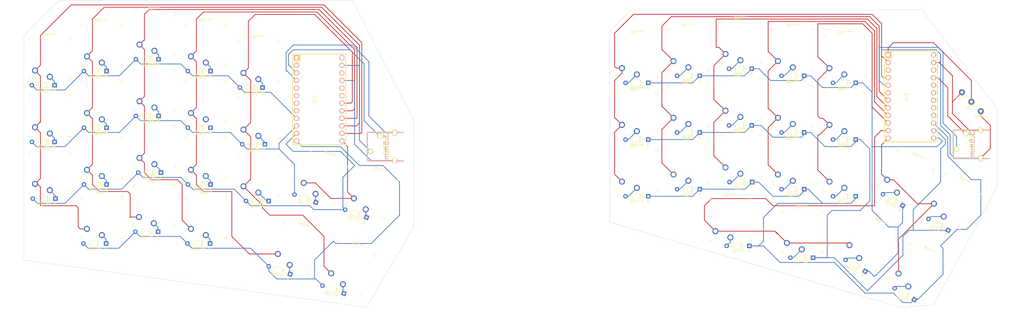
<source format=kicad_pcb>
(kicad_pcb (version 20211014) (generator pcbnew)
  (title_block (title "40% ish W") (date "2022-10-08") (rev "3") (company "Shalamander Labs") (comment 1 "fulley wireles or wireless with arch wire") (comment 2 "40% keyboard with a large thumb cluster"))
  (layers (0 "F.Cu" signal) (31 "B.Cu" signal) (38 "B.Mask" user) (39 "F.Mask" user) (44 "Edge.Cuts" user))
  (net 0 "")
  (footprint "keyboard_parts:4pin35mmAudio" (layer "F.Cu") (at 435.4215 90.4875 180)
    (fp_text reference "J1" hide)
    (fp_text value "6PIN")
  )
  (footprint "keyswitches:SW_PG1350" (layer "F.Cu") (at 334.35718 77.7875)
    (fp_text reference "REF**")
    (fp_text value "SW_PG1350")
  )
  (footprint "TestPoint:TestPoint_THTPad_D2.0mm_Drill1.0mm" (layer "F.Cu") (at 426.24375 73.025 180)
    (fp_text reference "REF**")
    (fp_text value "TestPoint_THTPad_D2.0mm_Drill1.0mm")
  )
  (footprint "keyswitches:SW_PG1350" (layer "F.Cu") (at 351.81968 75.40625)
    (fp_text reference "REF**")
    (fp_text value "SW_PG1350")
  )
  (footprint "keyswitches:SW_PG1350" (layer "F.Cu") (at 372.45718 119.85625)
    (fp_text reference "REF**")
    (fp_text value "SW_PG1350")
  )
  (footprint "keyswitches:SW_PG1350" (layer "F.Cu") (at 172.24375 115.09375)
    (fp_text reference "REF**")
    (fp_text value "SW_PG1350")
  )
  (footprint "keyswitches:SW_PG1350" (layer "F.Cu") (at 317.04843 80.16875)
    (fp_text reference "REF**")
    (fp_text value "SW_PG1350")
  )
  (footprint "keyswitches:SW_PG1350" (layer "F.Cu") (at 119.85625 80.9625)
    (fp_text reference "REF**")
    (fp_text value "SW_PG1350")
  )
  (footprint "Diode_THT:D_DO-34_SOD68_P7.62mm_Horizontal" (layer "F.Cu") (at 373.25093 67.46875 180)
    (fp_text reference "REF**")
    (fp_text value "D_DO-34_SOD68_P7.62mm_Horizontal")
  )
  (footprint "Diode_THT:D_DO-34_SOD68_P7.62mm_Horizontal" (layer "F.Cu") (at 218.62198 140.577131 160)
    (fp_text reference "REF**")
    (fp_text value "D_DO-34_SOD68_P7.62mm_Horizontal")
  )
  (footprint "Diode_THT:D_DO-34_SOD68_P7.62mm_Horizontal" (layer "F.Cu") (at 355.78843 103.1875 180)
    (fp_text reference "REF**")
    (fp_text value "D_DO-34_SOD68_P7.62mm_Horizontal")
  )
  (footprint "keyswitches:SW_PG1350" (layer "F.Cu") (at 154.972533 72.23125)
    (fp_text reference "REF**")
    (fp_text value "SW_PG1350")
  )
  (footprint "Diode_THT:D_DO-34_SOD68_P7.62mm_Horizontal" (layer "F.Cu") (at 390.55968 88.9 180)
    (fp_text reference "REF**")
    (fp_text value "D_DO-34_SOD68_P7.62mm_Horizontal")
  )
  (footprint "keebs:Pro_Micro" (layer "F.Cu") (at 210.34375 75.40625 -90)
    (fp_text reference "U1")
    (fp_text value "PRO MICRO" hide)
  )
  (footprint "keyswitches:SW_PG1350" (layer "F.Cu") (at 154.972533 91.28125)
    (fp_text reference "REF**")
    (fp_text value "SW_PG1350")
  )
  (footprint "Diode_THT:D_DO-34_SOD68_P7.62mm_Horizontal" (layer "F.Cu") (at 156.215 119.85625 180)
    (fp_text reference "REF**")
    (fp_text value "D_DO-34_SOD68_P7.62mm_Horizontal")
  )
  (footprint "keyswitches:SW_PG1350" (layer "F.Cu") (at 369.43593 96.8375)
    (fp_text reference "REF**")
    (fp_text value "SW_PG1350")
  )
  (footprint "Diode_THT:D_DO-34_SOD68_P7.62mm_Horizontal" (layer "F.Cu") (at 410.251377 142.667905 150)
    (fp_text reference "REF**")
    (fp_text value "D_DO-34_SOD68_P7.62mm_Horizontal")
  )
  (footprint "Diode_THT:D_DO-34_SOD68_P7.62mm_Horizontal" (layer "F.Cu") (at 209.200195 109.998651 160)
    (fp_text reference "REF**")
    (fp_text value "D_DO-34_SOD68_P7.62mm_Horizontal")
  )
  (footprint "Diode_THT:D_DO-34_SOD68_P7.62mm_Horizontal" (layer "F.Cu") (at 338.17218 67.46875 180)
    (fp_text reference "REF**")
    (fp_text value "D_DO-34_SOD68_P7.62mm_Horizontal")
  )
  (footprint "Diode_THT:D_DO-34_SOD68_P7.62mm_Horizontal" (layer "F.Cu") (at 393.753593 133.142905 150)
    (fp_text reference "REF**")
    (fp_text value "D_DO-34_SOD68_P7.62mm_Horizontal")
  )
  (footprint "keyswitches:SW_PG1350" (layer "F.Cu") (at 386.74468 80.16875)
    (fp_text reference "REF**")
    (fp_text value "SW_PG1350")
  )
  (footprint "keyswitches:SW_PG1350" (layer "F.Cu") (at 386.74468 99.21875)
    (fp_text reference "REF**")
    (fp_text value "SW_PG1350")
  )
  (footprint "Diode_THT:D_DO-34_SOD68_P7.62mm_Horizontal" (layer "F.Cu") (at 226.212351 115.058898 160)
    (fp_text reference "REF**")
    (fp_text value "D_DO-34_SOD68_P7.62mm_Horizontal")
  )
  (footprint "Diode_THT:D_DO-34_SOD68_P7.62mm_Horizontal" (layer "F.Cu") (at 338.17218 86.51875 180)
    (fp_text reference "REF**")
    (fp_text value "D_DO-34_SOD68_P7.62mm_Horizontal")
  )
  (footprint "keyswitches:SW_PG1350" (layer "F.Cu") (at 202.450188 125.468192 -20)
    (fp_text reference "REF**")
    (fp_text value "SW_PG1350")
  )
  (footprint "keyswitches:SW_PG1350" (layer "F.Cu") (at 348.45625 115.8875)
    (fp_text reference "REF**")
    (fp_text value "SW_PG1350")
  )
  (footprint "keebs:Pro_Micro" (layer "F.Cu") (at 409.09875 74.45375 -90)
    (fp_text reference "U1")
    (fp_text value "PRO MICRO" hide)
  )
  (footprint "keyswitches:SW_PG1350" (layer "F.Cu") (at 189.897533 81.759103)
    (fp_text reference "REF**")
    (fp_text value "SW_PG1350")
  )
  (footprint "Diode_THT:D_DO-34_SOD68_P7.62mm_Horizontal" (layer "F.Cu") (at 373.25093 105.56875 180)
    (fp_text reference "REF**")
    (fp_text value "D_DO-34_SOD68_P7.62mm_Horizontal")
  )
  (footprint "Diode_THT:D_DO-34_SOD68_P7.62mm_Horizontal" (layer "F.Cu") (at 390.55968 69.85 180)
    (fp_text reference "REF**")
    (fp_text value "D_DO-34_SOD68_P7.62mm_Horizontal")
  )
  (footprint "Diode_THT:D_DO-34_SOD68_P7.62mm_Horizontal" (layer "F.Cu") (at 173.6775 123.825 180)
    (fp_text reference "REF**")
    (fp_text value "D_DO-34_SOD68_P7.62mm_Horizontal")
  )
  (footprint "Diode_THT:D_DO-34_SOD68_P7.62mm_Horizontal" (layer "F.Cu") (at 173.83125 65.878397 180)
    (fp_text reference "REF**")
    (fp_text value "D_DO-34_SOD68_P7.62mm_Horizontal")
  )
  (footprint "Diode_THT:D_DO-34_SOD68_P7.62mm_Horizontal" (layer "F.Cu") (at 354.84093 124.61875 180)
    (fp_text reference "REF**")
    (fp_text value "D_DO-34_SOD68_P7.62mm_Horizontal")
  )
  (footprint "Diode_THT:D_DO-34_SOD68_P7.62mm_Horizontal" (layer "F.Cu") (at 200.552467 134.091336 160)
    (fp_text reference "REF**")
    (fp_text value "D_DO-34_SOD68_P7.62mm_Horizontal")
  )
  (footprint "keyswitches:SW_PG1350" (layer "F.Cu") (at 137.31875 95.25)
    (fp_text reference "REF**")
    (fp_text value "SW_PG1350")
  )
  (footprint "Diode_THT:D_DO-34_SOD68_P7.62mm_Horizontal" (layer "F.Cu") (at 192.0875 90.4875 180)
    (fp_text reference "REF**")
    (fp_text value "D_DO-34_SOD68_P7.62mm_Horizontal")
  )
  (footprint "keyswitches:SW_PG1350" (layer "F.Cu") (at 119.85625 100.0125)
    (fp_text reference "REF**")
    (fp_text value "SW_PG1350")
  )
  (footprint "keyswitches:SW_PG1350" (layer "F.Cu") (at 369.43593 77.7875)
    (fp_text reference "REF**")
    (fp_text value "SW_PG1350")
  )
  (footprint "Diode_THT:D_DO-34_SOD68_P7.62mm_Horizontal" (layer "F.Cu") (at 138.90625 103.978397 180)
    (fp_text reference "REF**")
    (fp_text value "D_DO-34_SOD68_P7.62mm_Horizontal")
  )
  (footprint "Diode_THT:D_DO-34_SOD68_P7.62mm_Horizontal" (layer "F.Cu") (at 173.83125 84.928397 180)
    (fp_text reference "REF**")
    (fp_text value "D_DO-34_SOD68_P7.62mm_Horizontal")
  )
  (footprint "Diode_THT:D_DO-34_SOD68_P7.62mm_Horizontal" (layer "F.Cu") (at 406.320442 111.068984 150)
    (fp_text reference "REF**")
    (fp_text value "D_DO-34_SOD68_P7.62mm_Horizontal")
  )
  (footprint "Diode_THT:D_DO-34_SOD68_P7.62mm_Horizontal" (layer "F.Cu") (at 156.36875 61.9125 180)
    (fp_text reference "REF**")
    (fp_text value "D_DO-34_SOD68_P7.62mm_Horizontal")
  )
  (footprint "Diode_THT:D_DO-34_SOD68_P7.62mm_Horizontal" (layer "F.Cu") (at 138.90625 65.88125 180)
    (fp_text reference "REF**")
    (fp_text value "D_DO-34_SOD68_P7.62mm_Horizontal")
  )
  (footprint "Diode_THT:D_DO-34_SOD68_P7.62mm_Horizontal" (layer "F.Cu") (at 156.36875 80.959647 180)
    (fp_text reference "REF**")
    (fp_text value "D_DO-34_SOD68_P7.62mm_Horizontal")
  )
  (footprint "Diode_THT:D_DO-34_SOD68_P7.62mm_Horizontal" (layer "F.Cu") (at 320.86343 107.95 180)
    (fp_text reference "REF**")
    (fp_text value "D_DO-34_SOD68_P7.62mm_Horizontal")
  )
  (footprint "Diode_THT:D_DO-34_SOD68_P7.62mm_Horizontal" (layer "F.Cu") (at 121.738717 108.740897 180)
    (fp_text reference "REF**")
    (fp_text value "D_DO-34_SOD68_P7.62mm_Horizontal")
  )
  (footprint "Diode_THT:D_DO-34_SOD68_P7.62mm_Horizontal" (layer "F.Cu") (at 355.63468 65.0875 180)
    (fp_text reference "REF**")
    (fp_text value "D_DO-34_SOD68_P7.62mm_Horizontal")
  )
  (footprint "keyswitches:SW_PG1350" (layer "F.Cu") (at 351.81968 56.35625)
    (fp_text reference "REF**")
    (fp_text value "SW_PG1350")
  )
  (footprint "keyswitches:SW_PG1350" (layer "F.Cu") (at 317.04843 99.21875)
    (fp_text reference "REF**")
    (fp_text value "SW_PG1350")
  )
  (footprint "keyswitches:SW_PG1350" (layer "F.Cu") (at 317.04843 61.11875)
    (fp_text reference "REF**")
    (fp_text value "SW_PG1350")
  )
  (footprint "keyswitches:SW_PG1350" (layer "F.Cu") (at 154.78125 111.125)
    (fp_text reference "REF**")
    (fp_text value "SW_PG1350")
  )
  (footprint "keyswitches:SW_PG1350" (layer "F.Cu") (at 154.972533 53.18125)
    (fp_text reference "REF**")
    (fp_text value "SW_PG1350")
  )
  (footprint "Diode_THT:D_DO-34_SOD68_P7.62mm_Horizontal" (layer "F.Cu") (at 390.55968 107.95 180)
    (fp_text reference "REF**")
    (fp_text value "D_DO-34_SOD68_P7.62mm_Horizontal")
  )
  (footprint "keyswitches:SW_PG1350" (layer "F.Cu") (at 172.24375 76.2)
    (fp_text reference "REF**")
    (fp_text value "SW_PG1350")
  )
  (footprint "Diode_THT:D_DO-34_SOD68_P7.62mm_Horizontal" (layer "F.Cu") (at 193.3675 109.5375 180)
    (fp_text reference "REF**")
    (fp_text value "D_DO-34_SOD68_P7.62mm_Horizontal")
  )
  (footprint "Diode_THT:D_DO-34_SOD68_P7.62mm_Horizontal" (layer "F.Cu") (at 121.44375 70.640897 180)
    (fp_text reference "REF**")
    (fp_text value "D_DO-34_SOD68_P7.62mm_Horizontal")
  )
  (footprint "keyswitches:SW_PG1350" (layer "F.Cu") (at 334.35718 58.7375)
    (fp_text reference "REF**")
    (fp_text value "SW_PG1350")
  )
  (footprint "TestPoint:TestPoint_THTPad_D2.0mm_Drill1.0mm" (layer "F.Cu") (at 432.59375 79.375 180)
    (fp_text reference "REF**")
    (fp_text value "TestPoint_THTPad_D2.0mm_Drill1.0mm")
  )
  (footprint "keyswitches:SW_PG1350" (layer "F.Cu") (at 189.897533 100.809103)
    (fp_text reference "REF**")
    (fp_text value "SW_PG1350")
  )
  (footprint "keyswitches:SW_PG1350" (layer "F.Cu") (at 351.81968 94.45625)
    (fp_text reference "REF**")
    (fp_text value "SW_PG1350")
  )
  (footprint "Diode_THT:D_DO-34_SOD68_P7.62mm_Horizontal" (layer "F.Cu") (at 421.610137 119.3825 150)
    (fp_text reference "REF**")
    (fp_text value "D_DO-34_SOD68_P7.62mm_Horizontal")
  )
  (footprint "keyswitches:SW_PG1350" (layer "F.Cu") (at 119.85625 61.9125)
    (fp_text reference "REF**")
    (fp_text value "SW_PG1350")
  )
  (footprint "keyswitches:SW_PG1350" (layer "F.Cu") (at 386.74468 61.11875)
    (fp_text reference "REF**")
    (fp_text value "SW_PG1350")
  )
  (footprint "keyswitches:SW_PG1350" (layer "F.Cu") (at 172.24375 95.25)
    (fp_text reference "REF**")
    (fp_text value "SW_PG1350")
  )
  (footprint "Diode_THT:D_DO-34_SOD68_P7.62mm_Horizontal" (layer "F.Cu") (at 121.44375 89.690897 180)
    (fp_text reference "REF**")
    (fp_text value "D_DO-34_SOD68_P7.62mm_Horizontal")
  )
  (footprint "Diode_THT:D_DO-34_SOD68_P7.62mm_Horizontal" (layer "F.Cu") (at 138.7525 123.825 180)
    (fp_text reference "REF**")
    (fp_text value "D_DO-34_SOD68_P7.62mm_Horizontal")
  )
  (footprint "Diode_THT:D_DO-34_SOD68_P7.62mm_Horizontal" (layer "F.Cu") (at 376.2375 128.5875 180)
    (fp_text reference "REF**")
    (fp_text value "D_DO-34_SOD68_P7.62mm_Horizontal")
  )
  (footprint "keyswitches:SW_PG1350" (layer "F.Cu") (at 220.351332 131.983676 -20)
    (fp_text reference "REF**")
    (fp_text value "SW_PG1350")
  )
  (footprint "Diode_THT:D_DO-34_SOD68_P7.62mm_Horizontal" (layer "F.Cu") (at 320.86343 88.9 180)
    (fp_text reference "REF**")
    (fp_text value "D_DO-34_SOD68_P7.62mm_Horizontal")
  )
  (footprint "Diode_THT:D_DO-34_SOD68_P7.62mm_Horizontal" (layer "F.Cu") (at 191.29375 71.4375 180)
    (fp_text reference "REF**")
    (fp_text value "D_DO-34_SOD68_P7.62mm_Horizontal")
  )
  (footprint "keyswitches:SW_PG1350" (layer "F.Cu") (at 137.31875 57.15)
    (fp_text reference "REF**")
    (fp_text value "SW_PG1350")
  )
  (footprint "keyswitches:SW_PG1350" (layer "F.Cu") (at 423.074614 109.6518 -30)
    (fp_text reference "REF**")
    (fp_text value "SW_PG1350")
  )
  (footprint "keyswitches:SW_PG1350" (layer "F.Cu") (at 334.35718 96.8375)
    (fp_text reference "REF**")
    (fp_text value "SW_PG1350")
  )
  (footprint "keyboard_parts:4pin35mmAudio" (layer "F.Cu") (at 238.5715 91.28125 180)
    (fp_text reference "J1" hide)
    (fp_text value "6PIN")
  )
  (footprint "keyswitches:SW_PG1350" (layer "F.Cu") (at 227.98971 106.804513 -20)
    (fp_text reference "REF**")
    (fp_text value "SW_PG1350")
  )
  (footprint "keyswitches:SW_PG1350" (layer "F.Cu") (at 172.24375 57.15)
    (fp_text reference "REF**")
    (fp_text value "SW_PG1350")
  )
  (footprint "keyswitches:SW_PG1350" (layer "F.Cu") (at 137.31875 76.2)
    (fp_text reference "REF**")
    (fp_text value "SW_PG1350")
  )
  (footprint "Diode_THT:D_DO-34_SOD68_P7.62mm_Horizontal" (layer "F.Cu") (at 338.17218 105.56875 180)
    (fp_text reference "REF**")
    (fp_text value "D_DO-34_SOD68_P7.62mm_Horizontal")
  )
  (footprint "keyswitches:SW_PG1350" (layer "F.Cu") (at 394.68218 123.597045 -30)
    (fp_text reference "REF**")
    (fp_text value "SW_PG1350")
  )
  (footprint "keyswitches:SW_PG1350" (layer "F.Cu") (at 369.43593 58.7375)
    (fp_text reference "REF**")
    (fp_text value "SW_PG1350")
  )
  (footprint "Diode_THT:D_DO-34_SOD68_P7.62mm_Horizontal" (layer "F.Cu") (at 373.25093 86.51875 180)
    (fp_text reference "REF**")
    (fp_text value "D_DO-34_SOD68_P7.62mm_Horizontal")
  )
  (footprint "keyswitches:SW_PG1350" (layer "F.Cu") (at 407.38218 101.6 -30)
    (fp_text reference "REF**")
    (fp_text value "SW_PG1350")
  )
  (footprint "keyswitches:SW_PG1350" (layer "F.Cu") (at 211.1375 101.6 -20)
    (fp_text reference "REF**")
    (fp_text value "SW_PG1350")
  )
  (footprint "keyswitches:SW_PG1350" (layer "F.Cu") (at 137.31875 115.09375)
    (fp_text reference "REF**")
    (fp_text value "SW_PG1350")
  )
  (footprint "Diode_THT:D_DO-34_SOD68_P7.62mm_Horizontal" (layer "F.Cu") (at 157.1625 100.009647 180)
    (fp_text reference "REF**")
    (fp_text value "D_DO-34_SOD68_P7.62mm_Horizontal")
  )
  (footprint "TestPoint:TestPoint_THTPad_D2.0mm_Drill1.0mm" (layer "F.Cu") (at 429.41875 76.2 180)
    (fp_text reference "REF**")
    (fp_text value "TestPoint_THTPad_D2.0mm_Drill1.0mm")
  )
  (footprint "Diode_THT:D_DO-34_SOD68_P7.62mm_Horizontal" (layer "F.Cu") (at 138.90625 84.93125 180)
    (fp_text reference "REF**")
    (fp_text value "D_DO-34_SOD68_P7.62mm_Horizontal")
  )
  (footprint "keyswitches:SW_PG1350" (layer "F.Cu") (at 189.897533 62.709103)
    (fp_text reference "REF**")
    (fp_text value "SW_PG1350")
  )
  (footprint "Diode_THT:D_DO-34_SOD68_P7.62mm_Horizontal" (layer "F.Cu") (at 320.86343 69.85 180)
    (fp_text reference "REF**")
    (fp_text value "D_DO-34_SOD68_P7.62mm_Horizontal")
  )
  (footprint "Diode_THT:D_DO-34_SOD68_P7.62mm_Horizontal" (layer "F.Cu") (at 173.83125 103.98125 180)
    (fp_text reference "REF**")
    (fp_text value "D_DO-34_SOD68_P7.62mm_Horizontal")
  )
  (footprint "Diode_THT:D_DO-34_SOD68_P7.62mm_Horizontal" (layer "F.Cu") (at 355.63468 84.1375 180)
    (fp_text reference "REF**")
    (fp_text value "D_DO-34_SOD68_P7.62mm_Horizontal")
  )
  (footprint "keyswitches:SW_PG1350" (layer "F.Cu") (at 411.179964 133.122045 -30)
    (fp_text reference "REF**")
    (fp_text value "SW_PG1350")
  )
  (gr_line (start 416.71875 144.4625) (end 438.15 104.775) (layer "Edge.Cuts") (width 0.1))
  (gr_line (start 242.09375 118.26875) (end 226.21875 145.25625) (layer "Edge.Cuts") (width 0.1))
  (gr_line (start 123.03125 42.06875) (end 221.45625 42.06875) (layer "Edge.Cuts") (width 0.1))
  (gr_line (start 242.09375 82.55) (end 242.09375 118.26875) (layer "Edge.Cuts") (width 0.1))
  (gr_line (start 416.71875 144.4625) (end 405.60625 145.25625) (layer "Edge.Cuts") (width 0.1))
  (gr_line (start 438.15 104.775) (end 438.15 78.58125) (layer "Edge.Cuts") (width 0.1))
  (gr_line (start 221.45625 42.06875) (end 242.09375 82.55) (layer "Edge.Cuts") (width 0.1))
  (gr_line (start 307.975 52.3875) (end 307.975 116.68125) (layer "Edge.Cuts") (width 0.1))
  (gr_line (start 315.11875 45.24375) (end 307.975 52.3875) (layer "Edge.Cuts") (width 0.1))
  (gr_line (start 226.21875 145.25625) (end 111.125 129.38125) (layer "Edge.Cuts") (width 0.1))
  (gr_line (start 438.15 78.58125) (end 412.75 45.24375) (layer "Edge.Cuts") (width 0.1))
  (gr_line (start 111.125 53.975) (end 123.03125 42.06875) (layer "Edge.Cuts") (width 0.1))
  (gr_line (start 307.975 116.68125) (end 405.60625 145.25625) (layer "Edge.Cuts") (width 0.1))
  (gr_line (start 412.75 45.24375) (end 315.11875 45.24375) (layer "Edge.Cuts") (width 0.1))
  (gr_line (start 111.125 129.38125) (end 111.125 53.975) (layer "Edge.Cuts") (width 0.1))
  (segment (start 191.29375 111.91875) (end 193.675 114.3) (width 0.25) (layer "F.Cu") (net 0))
  (segment (start 214.233994 108.665244) (end 221.99157 108.665244) (width 0.25) (layer "F.Cu") (net 0))
  (segment (start 397.66875 51.59375) (end 397.66875 74.45375) (width 0.25) (layer "F.Cu") (net 0))
  (segment (start 217.96375 79.21625) (end 221.615 79.21625) (width 0.25) (layer "F.Cu") (net 0))
  (segment (start 171.45 106.3625) (end 180.975 106.3625) (width 0.25) (layer "F.Cu") (net 0))
  (segment (start 397.66875 74.45375) (end 401.47875 78.26375) (width 0.25) (layer "F.Cu") (net 0))
  (segment (start 325.4375 50.8) (end 328.6125 47.625) (width 0.25) (layer "F.Cu") (net 0))
  (segment (start 221.45625 59.53125) (end 221.45625 76.2) (width 0.25) (layer "F.Cu") (net 0))
  (segment (start 401.152053 102.390897) (end 403.222147 102.390897) (width 0.25) (layer "F.Cu") (net 0))
  (segment (start 116.68125 63.8875) (end 114.85625 65.7125) (width 0.25) (layer "F.Cu") (net 0))
  (segment (start 132.31875 80) (end 134.14375 81.825) (width 0.25) (layer "F.Cu") (net 0))
  (segment (start 116.68125 111.125) (end 128.5875 111.125) (width 0.25) (layer "F.Cu") (net 0))
  (segment (start 399.25625 60.80125) (end 401.47875 63.02375) (width 0.25) (layer "F.Cu") (net 0))
  (segment (start 217.96375 86.83625) (end 224.31375 86.83625) (width 0.25) (layer "F.Cu") (net 0))
  (segment (start 134.14375 97.225) (end 132.31875 99.05) (width 0.25) (layer "F.Cu") (net 0))
  (segment (start 342.9 83.12593) (end 342.9 94.45625) (width 0.25) (layer "F.Cu") (net 0))
  (segment (start 360.3625 108.74375) (end 342.10625 108.74375) (width 0.25) (layer "F.Cu") (net 0))
  (segment (start 191.29375 111.00532) (end 191.29375 111.91875) (width 0.25) (layer "F.Cu") (net 0))
  (segment (start 312.04843 83.96875) (end 309.5625 86.45468) (width 0.25) (layer "F.Cu") (net 0))
  (segment (start 129.38125 118.26875) (end 130.00625 118.89375) (width 0.25) (layer "F.Cu") (net 0))
  (segment (start 116.68125 101.9875) (end 114.85625 103.8125) (width 0.25) (layer "F.Cu") (net 0))
  (segment (start 169.06875 59.125) (end 167.24375 60.95) (width 0.25) (layer "F.Cu") (net 0))
  (segment (start 167.24375 60.95) (end 169.06875 62.775) (width 0.25) (layer "F.Cu") (net 0))
  (segment (start 344.60718 57.94375) (end 343.69375 57.94375) (width 0.25) (layer "F.Cu") (net 0))
  (segment (start 223.8375 83.34375) (end 222.885 84.29625) (width 0.25) (layer "F.Cu") (net 0))
  (segment (start 377.825 61.11875) (end 377.825 50.00625) (width 0.25) (layer "F.Cu") (net 0))
  (segment (start 411.273947 110.442697) (end 416.844487 110.442697) (width 0.25) (layer "F.Cu") (net 0))
  (segment (start 346.81968 60.15625) (end 342.9 64.07593) (width 0.25) (layer "F.Cu") (net 0))
  (segment (start 224.63125 56.35625) (end 211.93125 43.65625) (width 0.25) (layer "F.Cu") (net 0))
  (segment (start 134.14375 59.125) (end 134.14375 48.41875) (width 0.25) (layer "F.Cu") (net 0))
  (segment (start 151.60625 77.664967) (end 151.60625 93.447533) (width 0.25) (layer "F.Cu") (net 0))
  (segment (start 151.60625 100.0125) (end 153.9875 102.39375) (width 0.25) (layer "F.Cu") (net 0))
  (segment (start 394.49375 48.41875) (end 397.66875 51.59375) (width 0.25) (layer "F.Cu") (net 0))
  (segment (start 312.04843 64.91875) (end 310.1875 64.91875) (width 0.25) (layer "F.Cu") (net 0))
  (segment (start 309.5625 53.18125) (end 315.9125 46.83125) (width 0.25) (layer "F.Cu") (net 0))
  (segment (start 399.25625 90.64625) (end 399.25625 99.21875) (width 0.25) (layer "F.Cu") (net 0))
  (segment (start 364.43593 62.5375) (end 361.42968 59.53125) (width 0.25) (layer "F.Cu") (net 0))
  (segment (start 169.06875 97.225) (end 167.24375 99.05) (width 0.25) (layer "F.Cu") (net 0))
  (segment (start 209.029481 103.460731) (end 214.233994 108.665244) (width 0.25) (layer "F.Cu") (net 0))
  (segment (start 149.972533 95.08125) (end 151.60625 96.714967) (width 0.25) (layer "F.Cu") (net 0))
  (segment (start 184.897533 66.509103) (end 186.53125 64.875386) (width 0.25) (layer "F.Cu") (net 0))
  (segment (start 169.06875 100.875) (end 169.06875 103.98125) (width 0.25) (layer "F.Cu") (net 0))
  (segment (start 342.10625 108.74375) (end 339.725 111.125) (width 0.25) (layer "F.Cu") (net 0))
  (segment (start 147.0125 114.925) (end 149.78125 114.925) (width 0.25) (layer "F.Cu") (net 0))
  (segment (start 363.65718 119.85625) (end 367.45718 123.65625) (width 0.25) (layer "F.Cu") (net 0))
  (segment (start 167.24375 80) (end 169.06875 81.825) (width 0.25) (layer "F.Cu") (net 0))
  (segment (start 221.45625 76.2) (end 220.98 76.67625) (width 0.25) (layer "F.Cu") (net 0))
  (segment (start 315.9125 46.83125) (end 396.08125 46.83125) (width 0.25) (layer "F.Cu") (net 0))
  (segment (start 343.69375 57.94375) (end 343.69375 48.41875) (width 0.25) (layer "F.Cu") (net 0))
  (segment (start 377.825 68.83843) (end 377.825 80.9625) (width 0.25) (layer "F.Cu") (net 0))
  (segment (start 186.53125 64.875386) (end 186.53125 49.2125) (width 0.25) (layer "F.Cu") (net 0))
  (segment (start 329.35718 81.5875) (end 325.4375 85.50718) (width 0.25) (layer "F.Cu") (net 0))
  (segment (start 399.25625 99.21875) (end 399.25625 100.495094) (width 0.25) (layer "F.Cu") (net 0))
  (segment (start 429.41875 69.05625) (end 429.41875 76.2) (width 0.25) (layer "F.Cu") (net 0))
  (segment (start 339.725 115.95625) (end 343.45625 119.6875) (width 0.25) (layer "F.Cu") (net 0))
  (segment (start 224.31375 86.83625) (end 224.63125 86.51875) (width 0.25) (layer "F.Cu") (net 0))
  (segment (start 423.06875 67.46875) (end 423.06875 76.2) (width 0.25) (layer "F.Cu") (net 0))
  (segment (start 222.25 78.58125) (end 222.25 58.7375) (width 0.25) (layer "F.Cu") (net 0))
  (segment (start 130.00625 118.89375) (end 132.31875 118.89375) (width 0.25) (layer "F.Cu") (net 0))
  (segment (start 169.06875 81.825) (end 169.06875 97.225) (width 0.25) (layer "F.Cu") (net 0))
  (segment (start 396.08125 46.83125) (end 399.25625 50.00625) (width 0.25) (layer "F.Cu") (net 0))
  (segment (start 187.112886 102.39375) (end 184.897533 104.609103) (width 0.25) (layer "F.Cu") (net 0))
  (segment (start 151.60625 55.5625) (end 151.391283 55.5625) (width 0.25) (layer "F.Cu") (net 0))
  (segment (start 151.60625 46.83125) (end 151.60625 55.5625) (width 0.25) (layer "F.Cu") (net 0))
  (segment (start 205.13936 103.460731) (end 209.029481 103.460731) (width 0.25) (layer "F.Cu") (net 0))
  (segment (start 310.1875 64.91875) (end 309.5625 64.29375) (width 0.25) (layer "F.Cu") (net 0))
  (segment (start 164.30625 103.98125) (end 164.30625 115.95625) (width 0.25) (layer "F.Cu") (net 0))
  (segment (start 134.14375 78.175) (end 132.31875 80) (width 0.25) (layer "F.Cu") (net 0))
  (segment (start 134.14375 100.875) (end 134.14375 103.98125) (width 0.25) (layer "F.Cu") (net 0))
  (segment (start 399.25625 100.495094) (end 401.152053 102.390897) (width 0.25) (layer "F.Cu") (net 0))
  (segment (start 211.1375 44.45) (end 223.8375 57.15) (width 0.25) (layer "F.Cu") (net 0))
  (segment (start 401.47875 60.48375) (end 401.47875 58.1025) (width 0.25) (layer "F.Cu") (net 0))
  (segment (start 187.325 68.93657) (end 187.325 83.131636) (width 0.25) (layer "F.Cu") (net 0))
  (segment (start 416.71875 56.35625) (end 429.41875 69.05625) (width 0.25) (layer "F.Cu") (net 0))
  (segment (start 162.71875 102.39375) (end 164.30625 103.98125) (width 0.25) (layer "F.Cu") (net 0))
  (segment (start 398.4625 72.7075) (end 401.47875 75.72375) (width 0.25) (layer "F.Cu") (net 0))
  (segment (start 128.5875 111.125) (end 129.38125 111.91875) (width 0.25) (layer "F.Cu") (net 0))
  (segment (start 223.04375 81.75625) (end 223.04375 57.94375) (width 0.25) (layer "F.Cu") (net 0))
  (segment (start 325.55718 96.8375) (end 329.35718 100.6375) (width 0.25) (layer "F.Cu") (net 0))
  (segment (start 393.7 49.2125) (end 396.875 52.3875) (width 0.25) (layer "F.Cu") (net 0))
  (segment (start 361.42968 59.53125) (end 361.15625 59.53125) (width 0.25) (layer "F.Cu") (net 0))
  (segment (start 416.844487 110.442697) (end 404.8125 122.474684) (width 0.25) (layer "F.Cu") (net 0))
  (segment (start 116.68125 67.5375) (end 116.68125 82.9375) (width 0.25) (layer "F.Cu") (net 0))
  (segment (start 403.222147 102.390897) (end 411.273947 110.442697) (width 0.25) (layer "F.Cu") (net 0))
  (segment (start 187.325 87.98657) (end 187.325 102.39375) (width 0.25) (layer "F.Cu") (net 0))
  (segment (start 362.74375 111.125) (end 360.3625 108.74375) (width 0.25) (layer "F.Cu") (net 0))
  (segment (start 325.4375 85.50718) (end 325.4375 96.8375) (width 0.25) (layer "F.Cu") (net 0))
  (segment (start 435.76875 91.89285) (end 432.5259 95.1357) (width 0.25) (layer "F.Cu") (net 0))
  (segment (start 361.15625 78.58125) (end 361.42968 78.58125) (width 0.25) (layer "F.Cu") (net 0))
  (segment (start 361.15625 49.2125) (end 393.7 49.2125) (width 0.25) (layer "F.Cu") (net 0))
  (segment (start 209.55 46.0375) (end 171.45 46.0375) (width 0.25) (layer "F.Cu") (net 0))
  (segment (start 180.975 121.44375) (end 186.860173 127.328923) (width 0.25) (layer "F.Cu") (net 0))
  (segment (start 309.5625 86.45468) (end 309.5625 100.53282) (width 0.25) (layer "F.Cu") (net 0))
  (segment (start 401.47875 88.42375) (end 399.25625 90.64625) (width 0.25) (layer "F.Cu") (net 0))
  (segment (start 184.897533 85.559103) (end 187.325 87.98657) (width 0.25) (layer "F.Cu") (net 0))
  (segment (start 396.875 111.125) (end 362.74375 111.125) (width 0.25) (layer "F.Cu") (net 0))
  (segment (start 151.391283 55.5625) (end 149.972533 56.98125) (width 0.25) (layer "F.Cu") (net 0))
  (segment (start 401.47875 85.88375) (end 399.0975 85.88375) (width 0.25) (layer "F.Cu") (net 0))
  (segment (start 309.5625 81.48282) (end 312.04843 83.96875) (width 0.25) (layer "F.Cu") (net 0))
  (segment (start 186.860173 127.328923) (end 196.452048 127.328923) (width 0.25) (layer "F.Cu") (net 0))
  (segment (start 387.720361 123.65625) (end 388.452053 124.387942) (width 0.25) (layer "F.Cu") (net 0))
  (segment (start 381.74468 64.91875) (end 378.73843 61.9125) (width 0.25) (layer "F.Cu") (net 0))
  (segment (start 223.04375 57.94375) (end 210.34375 45.24375) (width 0.25) (layer "F.Cu") (net 0))
  (segment (start 171.45 46.0375) (end 169.06875 48.41875) (width 0.25) (layer "F.Cu") (net 0))
  (segment (start 435.76875 84.1375) (end 432.59375 80.9625) (width 0.25) (layer "F.Cu") (net 0))
  (segment (start 416.71875 63.02375) (end 418.7825 63.02375) (width 0.25) (layer "F.Cu") (net 0))
  (segment (start 377.825 87.3125) (end 377.825 99.21875) (width 0.25) (layer "F.Cu") (net 0))
  (segment (start 396.08125 77.94625) (end 401.47875 83.34375) (width 0.25) (layer "F.Cu") (net 0))
  (segment (start 312.04843 66.57032) (end 309.5625 69.05625) (width 0.25) (layer "F.Cu") (net 0))
  (segment (start 211.93125 131.422465) (end 214.353192 133.844407) (width 0.25) (layer "F.Cu") (net 0))
  (segment (start 221.615 79.21625) (end 222.25 78.58125) (width 0.25) (layer "F.Cu") (net 0))
  (segment (start 146.05 106.3625) (end 146.84375 107.15625) (width 0.25) (layer "F.Cu") (net 0))
  (segment (start 377.825 80.9625) (end 378.61875 81.75625) (width 0.25) (layer "F.Cu") (net 0))
  (segment (start 134.14375 62.775) (end 134.14375 78.175) (width 0.25) (layer "F.Cu") (net 0))
  (segment (start 136.525 106.3625) (end 146.05 106.3625) (width 0.25) (layer "F.Cu") (net 0))
  (segment (start 399.0975 85.88375) (end 396.875 88.10625) (width 0.25) (layer "F.Cu") (net 0))
  (segment (start 223.8375 57.15) (end 223.8375 83.34375) (width 0.25) (layer "F.Cu") (net 0))
  (segment (start 146.84375 115.09375) (end 147.0125 114.925) (width 0.25) (layer "F.Cu") (net 0))
  (segment (start 325.4375 58.7375) (end 325.4375 50.8) (width 0.25) (layer "F.Cu") (net 0))
  (segment (start 381.74468 83.96875) (end 378.40093 87.3125) (width 0.25) (layer "F.Cu") (net 0))
  (segment (start 193.675 114.3) (end 204.7875 114.3) (width 0.25) (layer "F.Cu") (net 0))
  (segment (start 132.31875 99.05) (end 134.14375 100.875) (width 0.25) (layer "F.Cu") (net 0))
  (segment (start 325.55718 58.7375) (end 325.4375 58.7375) (width 0.25) (layer "F.Cu") (net 0))
  (segment (start 401.47875 58.1025) (end 403.225 56.35625) (width 0.25) (layer "F.Cu") (net 0))
  (segment (start 325.4375 96.8375) (end 325.55718 96.8375) (width 0.25) (layer "F.Cu") (net 0))
  (segment (start 379.53218 81.75625) (end 381.74468 83.96875) (width 0.25) (layer "F.Cu") (net 0))
  (segment (start 114.85625 65.7125) (end 116.68125 67.5375) (width 0.25) (layer "F.Cu") (net 0))
  (segment (start 169.06875 48.41875) (end 169.06875 59.125) (width 0.25) (layer "F.Cu") (net 0))
  (segment (start 428.7393 85.8393) (end 432.5259 85.8393) (width 0.25) (layer "F.Cu") (net 0))
  (segment (start 404.8125 123.03125) (end 404.949837 123.168587) (width 0.25) (layer "F.Cu") (net 0))
  (segment (start 435.76875 84.1375) (end 435.76875 91.89285) (width 0.25) (layer "F.Cu") (net 0))
  (segment (start 396.875 88.10625) (end 396.875 111.125) (width 0.25) (layer "F.Cu") (net 0))
  (segment (start 211.93125 121.44375) (end 211.93125 131.422465) (width 0.25) (layer "F.Cu") (net 0))
  (segment (start 345.28125 77.7875) (end 345.40093 77.7875) (width 0.25) (layer "F.Cu") (net 0))
  (segment (start 416.71875 68.10375) (end 418.1475 68.10375) (width 0.25) (layer "F.Cu") (net 0))
  (segment (start 342.9 94.45625) (end 343.01968 94.45625) (width 0.25) (layer "F.Cu") (net 0))
  (segment (start 328.6125 47.625) (end 395.2875 47.625) (width 0.25) (layer "F.Cu") (net 0))
  (segment (start 418.7825 63.02375) (end 419.1 62.70625) (width 0.25) (layer "F.Cu") (net 0))
  (segment (start 151.60625 58.614967) (end 151.60625 74.397533) (width 0.25) (layer "F.Cu") (net 0))
  (segment (start 134.14375 48.41875) (end 138.1125 44.45) (width 0.25) (layer "F.Cu") (net 0))
  (segment (start 114.85625 103.8125) (end 115.71875 103.8125) (width 0.25) (layer "F.Cu") (net 0))
  (segment (start 416.71875 63.02375) (end 418.62375 63.02375) (width 0.25) (layer "F.Cu") (net 0))
  (segment (start 404.949837 123.168587) (end 404.949837 133.912942) (width 0.25) (layer "F.Cu") (net 0))
  (segment (start 149.972533 76.03125) (end 151.60625 77.664967) (width 0.25) (layer "F.Cu") (net 0))
  (segment (start 116.68125 53.975) (end 116.68125 63.8875) (width 0.25) (layer "F.Cu") (net 0))
  (segment (start 325.4375 66.45718) (end 325.4375 67.46875) (width 0.25) (layer "F.Cu") (net 0))
  (segment (start 423.06875 76.2) (end 426.24375 73.025) (width 0.25) (layer "F.Cu") (net 0))
  (segment (start 169.06875 62.775) (end 169.06875 78.175) (width 0.25) (layer "F.Cu") (net 0))
  (segment (start 132.31875 60.95) (end 134.14375 62.775) (width 0.25) (layer "F.Cu") (net 0))
  (segment (start 180.975 106.3625) (end 180.975 121.44375) (width 0.25) (layer "F.Cu") (net 0))
  (segment (start 188.9125 46.83125) (end 208.75625 46.83125) (width 0.25) (layer "F.Cu") (net 0))
  (segment (start 184.897533 104.609103) (end 191.29375 111.00532) (width 0.25) (layer "F.Cu") (net 0))
  (segment (start 115.71875 103.8125) (end 116.68125 104.775) (width 0.25) (layer "F.Cu") (net 0))
  (segment (start 418.1475 68.10375) (end 421.48125 71.4375) (width 0.25) (layer "F.Cu") (net 0))
  (segment (start 222.25 58.7375) (end 209.55 46.0375) (width 0.25) (layer "F.Cu") (net 0))
  (segment (start 151.60625 93.447533) (end 149.972533 95.08125) (width 0.25) (layer "F.Cu") (net 0))
  (segment (start 187.325 102.39375) (end 187.112886 102.39375) (width 0.25) (layer "F.Cu") (net 0))
  (segment (start 187.325 83.131636) (end 184.897533 85.559103) (width 0.25) (layer "F.Cu") (net 0))
  (segment (start 210.34375 45.24375) (end 153.19375 45.24375) (width 0.25) (layer "F.Cu") (net 0))
  (segment (start 151.60625 74.397533) (end 149.972533 76.03125) (width 0.25) (layer "F.Cu") (net 0))
  (segment (start 224.63125 86.51875) (end 224.63125 56.35625) (width 0.25) (layer "F.Cu") (net 0))
  (segment (start 339.725 111.125) (end 339.725 115.95625) (width 0.25) (layer "F.Cu") (net 0))
  (segment (start 377.94468 99.21875) (end 381.74468 103.01875) (width 0.25) (layer "F.Cu") (net 0))
  (segment (start 398.4625 50.8) (end 398.4625 72.7075) (width 0.25) (layer "F.Cu") (net 0))
  (segment (start 329.35718 62.5375) (end 325.4375 66.45718) (width 0.25) (layer "F.Cu") (net 0))
  (segment (start 361.15625 59.53125) (end 361.15625 49.2125) (width 0.25) (layer "F.Cu") (net 0))
  (segment (start 153.19375 45.24375) (end 151.60625 46.83125) (width 0.25) (layer "F.Cu") (net 0))
  (segment (start 309.5625 64.29375) (end 309.5625 53.18125) (width 0.25) (layer "F.Cu") (net 0))
  (segment (start 343.69375 48.41875) (end 394.49375 48.41875) (width 0.25) (layer "F.Cu") (net 0))
  (segment (start 427.39945 86.8807) (end 427.5221 86.8807) (width 0.25) (layer "F.Cu") (net 0))
  (segment (start 129.38125 111.91875) (end 129.38125 118.26875) (width 0.25) (layer "F.Cu") (net 0))
  (segment (start 419.1 62.70625) (end 419.1 60.325) (width 0.25) (layer "F.Cu") (net 0))
  (segment (start 114.85625 84.7625) (end 116.68125 86.5875) (width 0.25) (layer "F.Cu") (net 0))
  (segment (start 116.68125 104.775) (end 116.68125 111.125) (width 0.25) (layer "F.Cu") (net 0))
  (segment (start 222.885 84.29625) (end 217.96375 84.29625) (width 0.25) (layer "F.Cu") (net 0))
  (segment (start 325.4375 67.46875) (end 325.4375 77.7875) (width 0.25) (layer "F.Cu") (net 0))
  (segment (start 132.31875 60.95) (end 134.14375 59.125) (width 0.25) (layer "F.Cu") (net 0))
  (segment (start 361.15625 84.86718) (end 361.15625 97.35782) (width 0.25) (layer "F.Cu") (net 0))
  (segment (start 329.35718 81.5875) (end 325.55718 77.7875) (width 0.25) (layer "F.Cu") (net 0))
  (segment (start 363.36875 119.6875) (end 364.33125 120.65) (width 0.25) (layer "F.Cu") (net 0))
  (segment (start 396.875 76.2) (end 401.47875 80.80375) (width 0.25) (layer "F.Cu") (net 0))
  (segment (start 138.1125 44.45) (end 211.1375 44.45) (width 0.25) (layer "F.Cu") (net 0))
  (segment (start 208.75625 46.83125) (end 221.45625 59.53125) (width 0.25) (layer "F.Cu") (net 0))
  (segment (start 403.225 56.35625) (end 416.71875 56.35625) (width 0.25) (layer "F.Cu") (net 0))
  (segment (start 221.99157 108.665244) (end 219.86875 106.542424) (width 0.25) (layer "F.Cu") (net 0))
  (segment (start 309.5625 69.05625) (end 309.5625 81.48282) (width 0.25) (layer "F.Cu") (net 0))
  (segment (start 329.35718 62.5375) (end 325.55718 58.7375) (width 0.25) (layer "F.Cu") (net 0))
  (segment (start 309.5625 100.53282) (end 312.04843 103.01875) (width 0.25) (layer "F.Cu") (net 0))
  (segment (start 169.06875 78.175) (end 167.24375 80) (width 0.25) (layer "F.Cu") (net 0))
  (segment (start 399.25625 50.00625) (end 399.25625 60.80125) (width 0.25) (layer "F.Cu") (net 0))
  (segment (start 381.74468 64.91875) (end 377.825 68.83843) (width 0.25) (layer "F.Cu") (net 0))
  (segment (start 342.9 75.40625) (end 345.28125 77.7875) (width 0.25) (layer "F.Cu") (net 0))
  (segment (start 153.9875 102.39375) (end 162.71875 102.39375) (width 0.25) (layer "F.Cu") (net 0))
  (segment (start 361.15625 97.35782) (end 364.43593 100.6375) (width 0.25) (layer "F.Cu") (net 0))
  (segment (start 146.84375 107.15625) (end 146.84375 115.09375) (width 0.25) (layer "F.Cu") (net 0))
  (segment (start 164.30625 115.95625) (end 167.24375 118.89375) (width 0.25) (layer "F.Cu") (net 0))
  (segment (start 378.40093 87.3125) (end 377.825 87.3125) (width 0.25) (layer "F.Cu") (net 0))
  (segment (start 346.81968 79.20625) (end 342.9 83.12593) (width 0.25) (layer "F.Cu") (net 0))
  (segment (start 418.62375 63.02375) (end 423.06875 67.46875) (width 0.25) (layer "F.Cu") (net 0))
  (segment (start 325.55718 77.7875) (end 325.4375 77.7875) (width 0.25) (layer "F.Cu") (net 0))
  (segment (start 312.04843 64.91875) (end 312.04843 66.57032) (width 0.25) (layer "F.Cu") (net 0))
  (segment (start 377.825 99.21875) (end 377.94468 99.21875) (width 0.25) (layer "F.Cu") (net 0))
  (segment (start 343.01968 94.45625) (end 346.81968 98.25625) (width 0.25) (layer "F.Cu") (net 0))
  (segment (start 364.43593 62.5375) (end 361.15625 65.81718) (width 0.25) (layer "F.Cu") (net 0))
  (segment (start 361.42968 78.58125) (end 364.43593 81.5875) (width 0.25) (layer "F.Cu") (net 0))
  (segment (start 378.61875 61.9125) (end 377.825 61.11875) (width 0.25) (layer "F.Cu") (net 0))
  (segment (start 167.24375 99.05) (end 169.06875 100.875) (width 0.25) (layer "F.Cu") (net 0))
  (segment (start 396.08125 53.18125) (end 396.08125 77.94625) (width 0.25) (layer "F.Cu") (net 0))
  (segment (start 364.43593 81.5875) (end 361.15625 84.86718) (width 0.25) (layer "F.Cu") (net 0))
  (segment (start 345.40093 77.7875) (end 346.81968 79.20625) (width 0.25) (layer "F.Cu") (net 0))
  (segment (start 127 43.65625) (end 116.68125 53.975) (width 0.25) (layer "F.Cu") (net 0))
  (segment (start 421.48125 71.4375) (end 421.48125 80.9625) (width 0.25) (layer "F.Cu") (net 0))
  (segment (start 343.45625 119.6875) (end 363.36875 119.6875) (width 0.25) (layer "F.Cu") (net 0))
  (segment (start 404.8125 122.474684) (end 404.8125 123.03125) (width 0.25) (layer "F.Cu") (net 0))
  (segment (start 342.9 64.07593) (end 342.9 75.40625) (width 0.25) (layer "F.Cu") (net 0))
  (segment (start 395.2875 47.625) (end 398.4625 50.8) (width 0.25) (layer "F.Cu") (net 0))
  (segment (start 392.90625 50.00625) (end 396.08125 53.18125) (width 0.25) (layer "F.Cu") (net 0))
  (segment (start 219.86875 91.28125) (end 217.96375 89.37625) (width 0.25) (layer "F.Cu") (net 0))
  (segment (start 134.14375 103.98125) (end 136.525 106.3625) (width 0.25) (layer "F.Cu") (net 0))
  (segment (start 423.06875 76.2) (end 423.06875 80.16875) (width 0.25) (layer "F.Cu") (net 0))
  (segment (start 378.73843 61.9125) (end 378.61875 61.9125) (width 0.25) (layer "F.Cu") (net 0))
  (segment (start 367.45718 123.65625) (end 387.720361 123.65625) (width 0.25) (layer "F.Cu") (net 0))
  (segment (start 361.15625 65.81718) (end 361.15625 78.58125) (width 0.25) (layer "F.Cu") (net 0))
  (segment (start 396.875 52.3875) (end 396.875 76.2) (width 0.25) (layer "F.Cu") (net 0))
  (segment (start 204.7875 114.3) (end 211.93125 121.44375) (width 0.25) (layer "F.Cu") (net 0))
  (segment (start 378.61875 81.75625) (end 379.53218 81.75625) (width 0.25) (layer "F.Cu") (net 0))
  (segment (start 346.81968 60.15625) (end 344.60718 57.94375) (width 0.25) (layer "F.Cu") (net 0))
  (segment (start 184.897533 66.509103) (end 187.325 68.93657) (width 0.25) (layer "F.Cu") (net 0))
  (segment (start 421.48125 80.9625) (end 427.39945 86.8807) (width 0.25) (layer "F.Cu") (net 0))
  (segment (start 134.14375 81.825) (end 134.14375 97.225) (width 0.25) (layer "F.Cu") (net 0))
  (segment (start 217.96375 81.75625) (end 223.04375 81.75625) (width 0.25) (layer "F.Cu") (net 0))
  (segment (start 151.60625 96.714967) (end 151.60625 100.0125) (width 0.25) (layer "F.Cu") (net 0))
  (segment (start 219.86875 106.542424) (end 219.86875 91.28125) (width 0.25) (layer "F.Cu") (net 0))
  (segment (start 220.98 76.67625) (end 217.96375 76.67625) (width 0.25) (layer "F.Cu") (net 0))
  (segment (start 432.59375 80.9625) (end 432.59375 79.375) (width 0.25) (layer "F.Cu") (net 0))
  (segment (start 377.825 50.00625) (end 392.90625 50.00625) (width 0.25) (layer "F.Cu") (net 0))
  (segment (start 211.93125 43.65625) (end 127 43.65625) (width 0.25) (layer "F.Cu") (net 0))
  (segment (start 186.53125 49.2125) (end 188.9125 46.83125) (width 0.25) (layer "F.Cu") (net 0))
  (segment (start 169.06875 103.98125) (end 171.45 106.3625) (width 0.25) (layer "F.Cu") (net 0))
  (segment (start 116.68125 82.9375) (end 114.85625 84.7625) (width 0.25) (layer "F.Cu") (net 0))
  (segment (start 116.68125 86.5875) (end 116.68125 101.9875) (width 0.25) (layer "F.Cu") (net 0))
  (segment (start 423.06875 80.16875) (end 428.7393 85.8393) (width 0.25) (layer "F.Cu") (net 0))
  (segment (start 149.972533 56.98125) (end 151.60625 58.614967) (width 0.25) (layer "F.Cu") (net 0))
  (segment (start 417.5125 58.7375) (end 419.1 60.325) (width 0.25) (layer "B.Cu") (net 0))
  (segment (start 121.44375 88.45) (end 121.44375 89.690897) (width 0.25) (layer "B.Cu") (net 0))
  (segment (start 379.4125 110.33125) (end 374.65 105.56875) (width 0.25) (layer "B.Cu") (net 0))
  (segment (start 422.275 93.6625) (end 423.7482 95.1357) (width 0.25) (layer "B.Cu") (net 0))
  (segment (start 223.52 63.97625) (end 223.8375 64.29375) (width 0.25) (layer "B.Cu") (net 0))
  (segment (start 421.48125 94.45625) (end 421.48125 88.10625) (width 0.25) (layer "B.Cu") (net 0))
  (segment (start 225.971791 114.818338) (end 226.212351 115.058898) (width 0.25) (layer "B.Cu") (net 0))
  (segment (start 215.9 123.825) (end 215.10625 123.03125) (width 0.25) (layer "B.Cu") (net 0))
  (segment (start 208.75625 129.38125) (end 208.75625 135.73125) (width 0.25) (layer "B.Cu") (net 0))
  (segment (start 362.74375 107.95) (end 357.98125 103.1875) (width 0.25) (layer "B.Cu") (net 0))
  (segment (start 373.25093 87.12407) (end 372.26875 88.10625) (width 0.25) (layer "B.Cu") (net 0))
  (segment (start 192.72593 109.5375) (end 193.3675 109.5375) (width 0.25) (layer "B.Cu") (net 0))
  (segment (start 348.98843 65.0875) (end 348.01468 65.0875) (width 0.25) (layer "B.Cu") (net 0))
  (segment (start 406.4 121.44375) (end 408.46125 119.3825) (width 0.25) (layer "B.Cu") (net 0))
  (segment (start 187.335 111.125) (end 207.16875 111.125) (width 0.25) (layer "B.Cu") (net 0))
  (segment (start 232.68305 86.63305) (end 235.6759 86.63305) (width 0.25) (layer "B.Cu") (net 0))
  (segment (start 189.897533 87.659103) (end 192.0875 89.84907) (width 0.25) (layer "B.Cu") (net 0))
  (segment (start 217.96375 69.05625) (end 222.25 69.05625) (width 0.25) (layer "B.Cu") (net 0))
  (segment (start 380.20625 91.28125) (end 375.44375 86.51875) (width 0.25) (layer "B.Cu") (net 0))
  (segment (start 409.895 119.3825) (end 409.895 112.3925) (width 0.25) (layer "B.Cu") (net 0))
  (segment (start 227.69195 95.92945) (end 235.6759 95.92945) (width 0.25) (layer "B.Cu") (net 0))
  (segment (start 356.39375 124.61875) (end 354.84093 124.61875) (width 0.25) (layer "B.Cu") (net 0))
  (segment (start 184.4675 90.4875) (end 186.055 92.075) (width 0.25) (layer "B.Cu") (net 0))
  (segment (start 353.25343 67.46875) (end 355.63468 65.0875) (width 0.25) (layer "B.Cu") (net 0))
  (segment (start 154.972533 97.18125) (end 157.1625 99.371217) (width 0.25) (layer "B.Cu") (net 0))
  (segment (start 422.275 87.3125) (end 422.275 93.6625) (width 0.25) (layer "B.Cu") (net 0))
  (segment (start 187.319366 125.4125) (end 193.392009 131.485143) (width 0.25) (layer "B.Cu") (net 0))
  (segment (start 399.25625 67.46875) (end 399.25625 58.7375) (width 0.25) (layer "B.Cu") (net 0))
  (segment (start 317.04843 105.11875) (end 314.21718 107.95) (width 0.25) (layer "B.Cu") (net 0))
  (segment (start 115.70907 110.33125) (end 124.933397 110.33125) (width 0.25) (layer "B.Cu") (net 0))
  (segment (start 173.6775 122.4275) (end 173.6775 123.825) (width 0.25) (layer "B.Cu") (net 0))
  (segment (start 353.40718 105.56875) (end 355.78843 103.1875) (width 0.25) (layer "B.Cu") (net 0))
  (segment (start 393.7 140.49375) (end 403.225 140.49375) (width 0.25) (layer "B.Cu") (net 0))
  (segment (start 154.78125 117.025) (end 156.215 118.45875) (width 0.25) (layer "B.Cu") (net 0))
  (segment (start 200.432269 133.971138) (end 200.552467 134.091336) (width 0.25) (layer "B.Cu") (net 0))
  (segment (start 398.4625 57.94375) (end 418.30625 57.94375) (width 0.25) (layer "B.Cu") (net 0))
  (segment (start 390.55968 107.95) (end 390.55968 108.70907) (width 0.25) (layer "B.Cu") (net 0))
  (segment (start 154.972533 78.13125) (end 156.36875 79.527467) (width 0.25) (layer "B.Cu") (net 0))
  (segment (start 388.9375 91.28125) (end 380.20625 91.28125) (width 0.25) (layer "B.Cu") (net 0))
  (segment (start 167.801603 67.46875) (end 179.705 67.46875) (width 0.25) (layer "B.Cu") (net 0))
  (segment (start 432.59375 114.3) (end 432.59375 102.36407) (width 0.25) (layer "B.Cu") (net 0))
  (segment (start 358.775 84.1375) (end 355.63468 84.1375) (width 0.25) (layer "B.Cu") (net 0))
  (segment (start 404.43218 106.70955) (end 400.270762 106.70955) (width 0.25) (layer "B.Cu") (net 0))
  (segment (start 204.62875 91.28125) (end 217.4875 91.28125) (width 0.25) (layer "B.Cu") (net 0))
  (segment (start 201.6125 92.86875) (end 199.23125 90.4875) (width 0.25) (layer "B.Cu") (net 0))
  (segment (start 143.1925 67.46875) (end 148.74875 61.9125) (width 0.25) (layer "B.Cu") (net 0))
  (segment (start 376.2375 128.5875) (end 383.38125 128.5875) (width 0.25) (layer "B.Cu") (net 0))
  (segment (start 400.05 70.64375) (end 398.4625 69.05625) (width 0.25) (layer "B.Cu") (net 0))
  (segment (start 222.25 97.63125) (end 217.4875 92.86875) (width 0.25) (layer "B.Cu") (net 0))
  (segment (start 200.025 60.325) (end 201.6125 58.7375) (width 0.25) (layer "B.Cu") (net 0))
  (segment (start 338.17218 67.46875) (end 353.25343 67.46875) (width 0.25) (layer "B.Cu") (net 0))
  (segment (start 424.65625 119.0625) (end 427.83125 119.0625) (width 0.25) (layer "B.Cu") (net 0))
  (segment (start 207.16875 111.125) (end 208.496455 112.452705) (width 0.25) (layer "B.Cu") (net 0))
  (segment (start 399.25625 58.7375) (end 417.5125 58.7375) (width 0.25) (layer "B.Cu") (net 0))
  (segment (start 189.897533 68.609103) (end 191.29375 70.00532) (width 0.25) (layer "B.Cu") (net 0))
  (segment (start 353.25343 86.51875) (end 355.63468 84.1375) (width 0.25) (layer "B.Cu") (net 0))
  (segment (start 331.52593 105.56875) (end 330.55218 105.56875) (width 0.25) (layer "B.Cu") (net 0))
  (segment (start 348.45625 123.38343) (end 347.22093 124.61875) (width 0.25) (layer "B.Cu") (net 0))
  (segment (start 157.1625 99.371217) (end 157.1625 100.009647) (width 0.25) (layer "B.Cu") (net 0))
  (segment (start 196.05625 135.73125) (end 209.221834 135.73125) (width 0.25) (layer "B.Cu") (net 0))
  (segment (start 163.83 101.6) (end 166.21125 103.98125) (width 0.25) (layer "B.Cu") (net 0))
  (segment (start 320.86343 88.9) (end 335.79093 88.9) (width 0.25) (layer "B.Cu") (net 0))
  (segment (start 317.04843 67.01875) (end 314.21718 69.85) (width 0.25) (layer "B.Cu") (net 0))
  (segment (start 427.83125 119.0625) (end 432.59375 114.3) (width 0.25) (layer "B.Cu") (net 0))
  (segment (start 383.91343 107.95) (end 382.93968 107.95) (width 0.25) (layer "B.Cu") (net 0))
  (segment (start 371.475 107.95) (end 362.74375 107.95) (width 0.25) (layer "B.Cu") (net 0))
  (segment (start 138.90625 83.6875) (end 137.31875 82.1) (width 0.25) (layer "B.Cu") (net 0))
  (segment (start 362.74375 88.10625) (end 358.775 84.1375) (width 0.25) (layer "B.Cu") (net 0))
  (segment (start 390.55968 89.65907) (end 388.9375 91.28125) (width 0.25) (layer "B.Cu") (net 0))
  (segment (start 227.0125 80.9625) (end 232.68305 86.63305) (width 0.25) (layer "B.Cu") (net 0))
  (segment (start 217.4875 92.86875) (end 201.6125 92.86875) (width 0.25) (layer "B.Cu") (net 0))
  (segment (start 357.98125 124.61875) (end 356.39375 124.61875) (width 0.25) (layer "B.Cu") (net 0))
  (segment (start 222.25 90.4875) (end 227.69195 95.92945) (width 0.25) (layer "B.Cu") (net 0))
  (segment (start 406.320442 116.760808) (end 406.320442 111.068984) (width 0.25) (layer "B.Cu") (net 0))
  (segment (start 150.1825 121.44375) (end 163.67625 121.44375) (width 0.25) (layer "B.Cu") (net 0))
  (segment (start 166.21125 84.928397) (end 167.801603 86.51875) (width 0.25) (layer "B.Cu") (net 0))
  (segment (start 338.17218 86.51875) (end 353.25343 86.51875) (width 0.25) (layer "B.Cu") (net 0))
  (segment (start 395.2875 109.5375) (end 392.1125 112.7125) (width 0.25) (layer "B.Cu") (net 0))
  (segment (start 317.04843 86.06875) (end 314.21718 88.9) (width 0.25) (layer "B.Cu") (net 0))
  (segment (start 173.83125 65.878397) (end 173.83125 64.6375) (width 0.25) (layer "B.Cu") (net 0))
  (segment (start 193.392009 133.067009) (end 196.05625 135.73125) (width 0.25) (layer "B.Cu") (net 0))
  (segment (start 361.95 69.05625) (end 357.98125 65.0875) (width 0.25) (layer "B.Cu") (net 0))
  (segment (start 225.425 82.55) (end 230.54945 87.67445) (width 0.25) (layer "B.Cu") (net 0))
  (segment (start 381 128.5875) (end 376.2375 128.5875) (width 0.25) (layer "B.Cu") (net 0))
  (segment (start 334.35718 102.7375) (end 331.52593 105.56875) (width 0.25) (layer "B.Cu") (net 0))
  (segment (start 138.90625 64.6375) (end 137.31875 63.05) (width 0.25) (layer "B.Cu") (net 0))
  (segment (start 202.039737 97.264737) (end 202.039737 107.392458) (width 0.25) (layer "B.Cu") (net 0))
  (segment (start 196.85 90.17) (end 202.72375 84.29625) (width 0.25) (layer "B.Cu") (net 0))
  (segment (start 225.425 63.5) (end 225.425 82.55) (width 0.25) (layer "B.Cu") (net 0))
  (segment (start 199.23125 90.4875) (end 199.23125 90.32875) (width 0.25) (layer "B.Cu") (net 0))
  (segment (start 193.9925 73.025) (end 202.72375 81.75625) (width 0.25) (layer "B.Cu") (net 0))
  (segment (start 199.23125 65.88125) (end 199.23125 59.53125) (width 0.25) (layer "B.Cu") (net 0))
  (segment (start 314.21718 88.9) (end 313.24343 88.9) (width 0.25) (layer "B.Cu") (net 0))
  (segment (start 383.38125 128.5875) (end 394.49375 139.7) (width 0.25) (layer "B.Cu") (net 0))
  (segment (start 320.86343 107.95) (end 335.79093 107.95) (width 0.25) (layer "B.Cu") (net 0))
  (segment (start 335.79093 69.85) (end 338.17218 67.46875) (width 0.25) (layer "B.Cu") (net 0))
  (segment (start 411.369595 142.667905) (end 419.89375 134.14375) (width 0.25) (layer "B.Cu") (net 0))
  (segment (start 335.79093 88.9) (end 338.17218 86.51875) (width 0.25) (layer "B.Cu") (net 0))
  (segment (start 424.4233 87.8733) (end 424.4233 92.0877) (width 0.25) (layer "B.Cu") (net 0))
  (segment (start 114.118717 108.740897) (end 115.70907 110.33125) (width 0.25) (layer "B.Cu") (net 0))
  (segment (start 423.7482 95.1357) (end 432.5259 95.1357) (width 0.25) (layer "B.Cu") (net 0))
  (segment (start 398.4625 69.05625) (end 398.4625 57.94375) (width 0.25) (layer "B.Cu") (net 0))
  (segment (start 200.025 63.8175) (end 200.025 60.325) (width 0.25) (layer "B.Cu") (net 0))
  (segment (start 400.270762 106.70955) (end 399.721328 107.258984) (width 0.25) (layer "B.Cu") (net 0))
  (segment (start 163.832853 82.55) (end 166.21125 84.928397) (width 0.25) (layer "B.Cu") (net 0))
  (segment (start 419.1 124.61875) (end 424.65625 119.0625) (width 0.25) (layer "B.Cu") (net 0))
  (segment (start 417.67125 85.88375) (end 416.71875 85.88375) (width 0.25) (layer "B.Cu") (net 0))
  (segment (start 119.85625 86.8625) (end 121.44375 88.45) (width 0.25) (layer "B.Cu") (net 0))
  (segment (start 223.8375 64.29375) (end 223.8375 89.14565) (width 0.25) (layer "B.Cu") (net 0))
  (segment (start 223.8375 89.14565) (end 227.5733 92.88145) (width 0.25) (layer "B.Cu") (net 0))
  (segment (start 331.52593 67.46875) (end 330.55218 67.46875) (width 0.25) (layer "B.Cu") (net 0))
  (segment (start 131.28625 103.978397) (end 132.876603 105.56875) (width 0.25) (layer "B.Cu") (net 0))
  (segment (start 390.55968 69.85) (end 392.90625 69.85) (width 0.25) (layer "B.Cu") (net 0))
  (segment (start 359.56875 124.61875) (end 365.125 130.175) (width 0.25) (layer "B.Cu") (net 0))
  (segment (start 156.36875 60.477467) (end 154.972533 59.08125) (width 0.25) (layer "B.Cu") (net 0))
  (segment (start 223.8375 97.63125) (end 231.775 97.63125) (width 0.25) (layer "B.Cu") (net 0))
  (segment (start 230.54945 87.67445) (end 230.6721 87.67445) (width 0.25) (layer "B.Cu") (net 0))
  (segment (start 396.08125 91.28125) (end 396.08125 112.7125) (width 0.25) (layer "B.Cu") (net 0))
  (segment (start 143.983397 105.56875) (end 149.5425 100.009647) (width 0.25) (layer "B.Cu") (net 0))
  (segment (start 379.4125 71.4375) (end 375.44375 67.46875) (width 0.25) (layer "B.Cu") (net 0))
  (segment (start 410.251377 142.667905) (end 411.369595 142.667905) (width 0.25) (layer "B.Cu") (net 0))
  (segment (start 409.895 119.3825) (end 421.610137 119.3825) (width 0.25) (layer "B.Cu") (net 0))
  (segment (start 189.897533 106.709103) (end 192.72593 109.5375) (width 0.25) (layer "B.Cu") (net 0))
  (segment (start 237.33125 114.3) (end 227.80625 123.825) (width 0.25) (layer "B.Cu") (net 0))
  (segment (start 166.21125 65.878397) (end 167.801603 67.46875) (width 0.25) (layer "B.Cu") (net 0))
  (segment (start 221.45625 57.15) (end 227.0125 62.70625) (width 0.25) (layer "B.Cu") (net 0))
  (segment (start 365.125 130.175) (end 383.38125 130.175) (width 0.25) (layer "B.Cu") (net 0))
  (segment (start 392.90625 69.85) (end 396.08125 73.025) (width 0.25) (layer "B.Cu") (net 0))
  (segment (start 419.89375 59.53125) (end 419.89375 83.34375) (width 0.25) (layer "B.Cu") (net 0))
  (segment (start 415.822173 114.76135) (end 415.011023 115.5725) (width 0.25) (layer "B.Cu") (net 0))
  (segment (start 390.55968 88.9) (end 390.55968 89.65907) (width 0.25) (layer "B.Cu") (net 0))
  (segment (start 331.52593 86.51875) (end 330.55218 86.51875) (width 0.25) (layer "B.Cu") (net 0))
  (segment (start 148.74875 80.959647) (end 150.339103 82.55) (width 0.25) (layer "B.Cu") (net 0))
  (segment (start 386.74468 86.06875) (end 383.91343 88.9) (width 0.25) (layer "B.Cu") (net 0))
  (segment (start 373.25093 67.46875) (end 373.25093 68.07407) (width 0.25) (layer "B.Cu") (net 0))
  (segment (start 227.0125 62.70625) (end 227.0125 80.9625) (width 0.25) (layer "B.Cu") (net 0))
  (segment (start 373.25093 105.56875) (end 373.25093 106.17407) (width 0.25) (layer "B.Cu") (net 0))
  (segment (start 421.48125 88.10625) (end 416.71875 83.34375) (width 0.25) (layer "B.Cu") (net 0))
  (segment (start 388.97218 71.4375) (end 379.4125 71.4375) (width 0.25) (layer "B.Cu") (net 0))
  (segment (start 163.67625 121.44375) (end 166.0575 123.825) (width 0.25) (layer "B.Cu") (net 0))
  (segment (start 395.080405 133.142905) (end 393.753593 133.142905) (width 0.25) (layer "B.Cu") (net 0))
  (segment (start 121.44375 69.4) (end 119.85625 67.8125) (width 0.25) (layer "B.Cu") (net 0))
  (segment (start 179.705 67.46875) (end 183.67375 71.4375) (width 0.25) (layer "B.Cu") (net 0))
  (segment (start 392.1125 112.7125) (end 382.5875 112.7125) (width 0.25) (layer "B.Cu") (net 0))
  (segment (start 396.08125 91.28125) (end 417.909375 91.28125) (width 0.25) (layer "B.Cu") (net 0))
  (segment (start 202.72375 66.51625) (end 200.025 63.8175) (width 0.25) (layer "B.Cu") (net 0))
  (segment (start 150.33625 63.5) (end 163.832853 63.5) (width 0.25) (layer "B.Cu") (net 0))
  (segment (start 386.74468 67.01875) (end 383.91343 69.85) (width 0.25) (layer "B.Cu") (net 0))
  (segment (start 199.54875 65.88125) (end 199.23125 65.88125) (width 0.25) (layer "B.Cu") (net 0))
  (segment (start 369.43593 64.6375) (end 366.60468 67.46875) (width 0.25) (layer "B.Cu") (net 0))
  (segment (start 201.6125 57.15) (end 221.45625 57.15) (width 0.25) (layer "B.Cu") (net 0))
  (segment (start 225.971791 112.348699) (end 225.971791 114.818338) (width 0.25) (layer "B.Cu") (net 0))
  (segment (start 417.909375 91.28125) (end 419.695312 89.495312) (width 0.25) (layer "B.Cu") (net 0))
  (segment (start 429.38907 102.36407) (end 421.48125 94.45625) (width 0.25) (layer "B.Cu") (net 0))
  (segment (start 404.8125 118.26875) (end 404.8125 119.0625) (width 0.25) (layer "B.Cu") (net 0))
  (segment (start 364.33125 110.33125) (end 359.56875 115.09375) (width 0.25) (layer "B.Cu") (net 0))
  (segment (start 372.26875 88.10625) (end 362.74375 88.10625) (width 0.25) (layer "B.Cu") (net 0))
  (segment (start 320.86343 69.85) (end 335.79093 69.85) (width 0.25) (layer "B.Cu") (net 0))
  (segment (start 193.392009 131.485143) (end 193.392009 133.067009) (width 0.25) (layer "B.Cu") (net 0))
  (segment (start 124.93625 91.28125) (end 131.28625 84.93125) (width 0.25) (layer "B.Cu") (net 0))
  (segment (start 366.60468 105.56875) (end 365.63093 105.56875) (width 0.25) (layer "B.Cu") (net 0))
  (segment (start 217.96375 63.97625) (end 223.52 63.97625) (width 0.25) (layer "B.Cu") (net 0))
  (segment (start 409.895 112.3925) (end 419.1 103.1875) (width 0.25) (layer "B.Cu") (net 0))
  (segment (start 115.414103 91.28125) (end 124.93625 91.28125) (width 0.25) (layer "B.Cu") (net 0))
  (segment (start 369.43593 83.6875) (end 366.60468 86.51875) (width 0.25) (layer "B.Cu") (net 0))
  (segment (start 419.1 92.075) (end 420.6875 90.4875) (width 0.25) (layer "B.Cu") (net 0))
  (segment (start 113.82375 70.640897) (end 115.414103 72.23125) (width 0.25) (layer "B.Cu") (net 0))
  (segment (start 373.25093 86.51875) (end 373.25093 87.12407) (width 0.25) (layer "B.Cu") (net 0))
  (segment (start 348.98843 103.1875) (end 348.16843 103.1875) (width 0.25) (layer "B.Cu") (net 0))
  (segment (start 359.56875 124.61875) (end 357.1875 124.61875) (width 0.25) (layer "B.Cu") (net 0))
  (segment (start 351.81968 100.35625) (end 348.98843 103.1875) (width 0.25) (layer "B.Cu") (net 0))
  (segment (start 357.98125 103.1875) (end 355.78843 103.1875) (width 0.25) (layer "B.Cu") (net 0))
  (segment (start 419.89375 134.14375) (end 419.89375 125.4125) (width 0.25) (layer "B.Cu") (net 0))
  (segment (start 156.215 118.45875) (end 156.215 119.85625) (width 0.25) (layer "B.Cu") (net 0))
  (segment (start 373.25093 68.07407) (end 372.26875 69.05625) (width 0.25) (layer "B.Cu") (net 0))
  (segment (start 372.26875 69.05625) (end 361.95 69.05625) (width 0.25) (layer "B.Cu") (net 0))
  (segment (start 419.1 103.1875) (end 419.1 92.075) (width 0.25) (layer "B.Cu") (net 0))
  (segment (start 391.73218 128.706595) (end 387.780789 128.706595) (width 0.25) (layer "B.Cu") (net 0))
  (segment (start 388.9375 110.33125) (end 379.4125 110.33125) (width 0.25) (layer "B.Cu") (net 0))
  (segment (start 396.08125 73.025) (end 396.08125 91.28125) (width 0.25) (layer "B.Cu") (net 0))
  (segment (start 209.119581 107.144186) (end 209.119581 109.918037) (width 0.25) (layer "B.Cu") (net 0))
  (segment (start 151.132853 101.6) (end 163.83 101.6) (width 0.25) (layer "B.Cu") (net 0))
  (segment (start 219.051893 112.452705) (end 218.28125 111.682062) (width 0.25) (layer "B.Cu") (net 0))
  (segment (start 166.21125 103.98125) (end 167.79875 105.56875) (width 0.25) (layer "B.Cu") (net 0))
  (segment (start 137.31875 120.99375) (end 138.7525 122.4275) (width 0.25) (layer "B.Cu") (net 0))
  (segment (start 406.4 143.66875) (end 409.250532 143.66875) (width 0.25) (layer "B.Cu") (net 0))
  (segment (start 218.28125 111.682062) (end 218.28125 101.6) (width 0.25) (layer "B.Cu") (net 0))
  (segment (start 408.229964 138.231595) (end 404.278573 138.231595) (width 0.25) (layer "B.Cu") (net 0))
  (segment (start 202.72375 89.37625) (end 204.62875 91.28125) (width 0.25) (layer "B.Cu") (net 0))
  (segment (start 418.30625 57.94375) (end 419.89375 59.53125) (width 0.25) (layer "B.Cu") (net 0))
  (segment (start 403.225 140.49375) (end 406.4 143.66875) (width 0.25) (layer "B.Cu") (net 0))
  (segment (start 121.738717 107.794967) (end 121.738717 108.740897) (width 0.25) (layer "B.Cu") (net 0))
  (segment (start 131.28625 84.93125) (end 132.87375 86.51875) (width 0.25) (layer "B.Cu") (net 0))
  (segment (start 222.25 69.05625) (end 222.25 90.4875) (width 0.25) (layer "B.Cu") (net 0))
  (segment (start 191.29375 70.00532) (end 191.29375 71.4375) (width 0.25) (layer "B.Cu") (net 0))
  (segment (start 209.221834 135.73125) (end 211.461522 137.970938) (width 0.25) (layer "B.Cu") (net 0))
  (segment (start 369.62593 128.5875) (end 368.6175 128.5875) (width 0.25) (layer "B.Cu") (net 0))
  (segment (start 419.89375 83.34375) (end 424.4233 87.8733) (width 0.25) (layer "B.Cu") (net 0))
  (segment (start 395.2875 92.075) (end 395.2875 109.5375) (width 0.25) (layer "B.Cu") (net 0))
  (segment (start 156.36875 61.9125) (end 156.36875 60.477467) (width 0.25) (layer "B.Cu") (net 0))
  (segment (start 218.28125 101.6) (end 222.25 97.63125) (width 0.25) (layer "B.Cu") (net 0))
  (segment (start 419.89375 125.4125) (end 419.1 124.61875) (width 0.25) (layer "B.Cu") (net 0))
  (segment (start 119.85625 105.9125) (end 121.738717 107.794967) (width 0.25) (layer "B.Cu") (net 0))
  (segment (start 374.65 105.56875) (end 373.25093 105.56875) (width 0.25) (layer "B.Cu") (net 0))
  (segment (start 208.496455 112.452705) (end 219.051893 112.452705) (width 0.25) (layer "B.Cu") (net 0))
  (segment (start 366.60468 86.51875) (end 365.63093 86.51875) (width 0.25) (layer "B.Cu") (net 0))
  (segment (start 369.43593 102.7375) (end 366.60468 105.56875) (width 0.25) (layer "B.Cu") (net 0))
  (segment (start 199.23125 90.32875) (end 202.72375 86.83625) (width 0.25) (layer "B.Cu") (net 0))
  (segment (start 392.1125 88.9) (end 395.2875 92.075) (width 0.25) (layer "B.Cu") (net 0))
  (segment (start 149.5425 100.009647) (end 151.132853 101.6) (width 0.25) (layer "B.Cu") (net 0))
  (segment (start 138.90625 84.93125) (end 138.90625 83.6875) (width 0.25) (layer "B.Cu") (net 0))
  (segment (start 138.90625 102.7375) (end 138.90625 103.978397) (width 0.25) (layer "B.Cu") (net 0))
  (segment (start 334.35718 83.6875) (end 331.52593 86.51875) (width 0.25) (layer "B.Cu") (net 0))
  (segment (start 167.801603 86.51875) (end 180.49875 86.51875) (width 0.25) (layer "B.Cu") (net 0))
  (segment (start 143.03875 125.4125) (end 148.595 119.85625) (width 0.25) (layer "B.Cu") (net 0))
  (segment (start 396.08125 112.7125) (end 401.6375 118.26875) (width 0.25) (layer "B.Cu") (net 0))
  (segment (start 383.91343 69.85) (end 382.93968 69.85) (width 0.25) (layer "B.Cu") (net 0))
  (segment (start 404.8125 118.26875) (end 406.320442 116.760808) (width 0.25) (layer "B.Cu") (net 0))
  (segment (start 351.81968 62.25625) (end 348.98843 65.0875) (width 0.25) (layer "B.Cu") (net 0))
  (segment (start 419.695312 89.495312) (end 418.62375 88.42375) (width 0.25) (layer "B.Cu") (net 0))
  (segment (start 148.74875 61.9125) (end 150.33625 63.5) (width 0.25) (layer "B.Cu") (net 0))
  (segment (start 173.83125 64.6375) (end 172.24375 63.05) (width 0.25) (layer "B.Cu") (net 0))
  (segment (start 183.67375 71.4375) (end 185.26125 73.025) (width 0.25) (layer "B.Cu") (net 0))
  (segment (start 173.83125 102.7375) (end 173.83125 103.98125) (width 0.25) (layer "B.Cu") (net 0))
  (segment (start 334.35718 64.6375) (end 331.52593 67.46875) (width 0.25) (layer "B.Cu") (net 0))
  (segment (start 148.595 119.85625) (end 150.1825 121.44375) (width 0.25) (layer "B.Cu") (net 0))
  (segment (start 196.85 92.075) (end 202.039737 97.264737) (width 0.25) (layer "B.Cu") (net 0))
  (segment (start 381 114.3) (end 381 128.5875) (width 0.25) (layer "B.Cu") (net 0))
  (segment (start 401.47875 68.10375) (end 399.89125 68.10375) (width 0.25) (layer "B.Cu") (net 0))
  (segment (start 138.7525 122.4275) (end 138.7525 123.825) (width 0.25) (layer "B.Cu") (net 0))
  (segment (start 375.44375 86.51875) (end 373.25093 86.51875) (width 0.25) (layer "B.Cu") (net 0))
  (segment (start 202.72375 69.05625) (end 199.54875 65.88125) (width 0.25) (layer "B.Cu") (net 0))
  (segment (start 180.49875 86.51875) (end 184.4675 90.4875) (width 0.25) (layer "B.Cu") (net 0))
  (segment (start 357.98125 65.0875) (end 355.63468 65.0875) (width 0.25) (layer "B.Cu") (net 0))
  (segment (start 113.82375 89.690897) (end 115.414103 91.28125) (width 0.25) (layer "B.Cu") (net 0))
  (segment (start 150.339103 82.55) (end 163.832853 82.55) (width 0.25) (layer "B.Cu") (net 0))
  (segment (start 181.77875 105.56875) (end 185.7475 109.5375) (width 0.25) (layer "B.Cu") (net 0))
  (segment (start 366.60468 67.46875) (end 365.63093 67.46875) (width 0.25) (layer "B.Cu") (net 0))
  (segment (start 387.780789 128.706595) (end 387.154479 129.332905) (width 0.25) (layer "B.Cu") (net 0))
  (segment (start 227.80625 123.825) (end 215.9 123.825) (width 0.25) (layer "B.Cu") (net 0))
  (segment (start 399.89125 68.10375) (end 399.25625 67.46875) (width 0.25) (layer "B.Cu") (net 0))
  (segment (start 237.33125 103.1875) (end 237.33125 114.3) (width 0.25) (layer "B.Cu") (net 0))
  (segment (start 132.87375 67.46875) (end 143.1925 67.46875) (width 0.25) (layer "B.Cu") (net 0))
  (segment (start 382.5875 112.7125) (end 381 114.3) (width 0.25) (layer "B.Cu") (net 0))
  (segment (start 390.55968 108.70907) (end 388.9375 110.33125) (width 0.25) (layer "B.Cu") (net 0))
  (segment (start 401.6375 118.26875) (end 404.8125 118.26875) (width 0.25) (layer "B.Cu") (net 0))
  (segment (start 218.333413 137.527862) (end 218.333413 140.288564) (width 0.25) (layer "B.Cu") (net 0))
  (segment (start 218.333413 140.288564) (end 218.62198 140.577131) (width 0.25) (layer "B.Cu") (net 0))
  (segment (start 220.6625 58.7375) (end 225.425 63.5) (width 0.25) (layer "B.Cu") (net 0))
  (segment (start 372.45718 125.75625) (end 369.62593 128.5875) (width 0.25) (layer "B.Cu") (net 0))
  (segment (start 420.124614 114.76135) (end 415.822173 114.76135) (width 0.25) (layer "B.Cu") (net 0))
  (segment (start 408.46125 119.3825) (end 409.895 119.3825) (width 0.25) (layer "B.Cu") (net 0))
  (segment (start 396.875 134.9375) (end 395.080405 133.142905) (width 0.25) (layer "B.Cu") (net 0))
  (segment (start 201.6125 58.7375) (end 220.6625 58.7375) (width 0.25) (layer "B.Cu") (net 0))
  (segment (start 419.1 60.325) (end 419.1 84.1375) (width 0.25) (layer "B.Cu") (net 0))
  (segment (start 199.23125 59.53125) (end 201.6125 57.15) (width 0.25) (layer "B.Cu") (net 0))
  (segment (start 390.55968 88.9) (end 392.1125 88.9) (width 0.25) (layer "B.Cu") (net 0))
  (segment (start 383.91343 88.9) (end 382.93968 88.9) (width 0.25) (layer "B.Cu") (net 0))
  (segment (start 166.0575 123.825) (end 167.645 125.4125) (width 0.25) (layer "B.Cu") (net 0))
  (segment (start 215.10625 123.03125) (end 208.75625 129.38125) (width 0.25) (layer "B.Cu") (net 0))
  (segment (start 379.4125 110.33125) (end 364.33125 110.33125) (width 0.25) (layer "B.Cu") (net 0))
  (segment (start 163.832853 63.5) (end 166.21125 65.878397) (width 0.25) (layer "B.Cu") (net 0))
  (segment (start 124.93625 72.23125) (end 131.28625 65.88125) (width 0.25) (layer "B.Cu") (net 0))
  (segment (start 390.55968 69.85) (end 388.97218 71.4375) (width 0.25) (layer "B.Cu") (net 0))
  (segment (start 359.56875 115.09375) (end 359.56875 123.03125) (width 0.25) (layer "B.Cu") (net 0))
  (segment (start 196.85 92.075) (end 196.85 90.17) (width 0.25) (layer "B.Cu") (net 0))
  (segment (start 335.79093 107.95) (end 338.17218 105.56875) (width 0.25) (layer "B.Cu") (net 0))
  (segment (start 404.8125 119.0625) (end 404.8125 127) (width 0.25) (layer "B.Cu") (net 0))
  (segment (start 432.59375 102.36407) (end 429.38907 102.36407) (width 0.25) (layer "B.Cu") (net 0))
  (segment (start 314.21718 69.85) (end 313.24343 69.85) (width 0.25) (layer "B.Cu") (net 0))
  (segment (start 156.36875 79.527467) (end 156.36875 80.959647) (width 0.25) (layer "B.Cu") (net 0))
  (segment (start 132.87375 86.51875) (end 143.189647 86.51875) (width 0.25) (layer "B.Cu") (net 0))
  (segment (start 420.6875 88.9) (end 417.67125 85.88375) (width 0.25) (layer "B.Cu") (net 0))
  (segment (start 383.38125 130.175) (end 393.7 140.49375) (width 0.25) (layer "B.Cu") (net 0))
  (segment (start 420.6875 90.4875) (end 420.6875 88.9) (width 0.25) (layer "B.Cu") (net 0))
  (segment (start 406.4 127.79375) (end 406.4 121.44375) (width 0.25) (layer "B.Cu") (net 0))
  (segment (start 186.055 92.075) (end 196.85 92.075) (width 0.25) (layer "B.Cu") (net 0))
  (segment (start 172.24375 120.99375) (end 173.6775 122.4275) (width 0.25) (layer "B.Cu") (net 0))
  (segment (start 217.4875 91.28125) (end 223.8375 97.63125) (width 0.25) (layer "B.Cu") (net 0))
  (segment (start 348.98843 84.1375) (end 348.01468 84.1375) (width 0.25) (layer "B.Cu") (net 0))
  (segment (start 404.278573 138.231595) (end 403.652263 138.857905) (width 0.25) (layer "B.Cu") (net 0))
  (segment (start 200.432269 131.012378) (end 200.432269 133.971138) (width 0.25) (layer "B.Cu") (net 0))
  (segment (start 231.775 97.63125) (end 237.33125 103.1875) (width 0.25) (layer "B.Cu") (net 0))
  (segment (start 172.24375 101.15) (end 173.83125 102.7375) (width 0.25) (layer "B.Cu") (net 0))
  (segment (start 192.0875 89.84907) (end 192.0875 90.4875) (width 0.25) (layer "B.Cu") (net 0))
  (segment (start 373.25093 106.17407) (end 371.475 107.95) (width 0.25) (layer "B.Cu") (net 0))
  (segment (start 143.189647 86.51875) (end 148.74875 80.959647) (width 0.25) (layer "B.Cu") (net 0))
  (segment (start 115.414103 72.23125) (end 124.93625 72.23125) (width 0.25) (layer "B.Cu") (net 0))
  (segment (start 401.47875 70.64375) (end 400.05 70.64375) (width 0.25) (layer "B.Cu") (net 0))
  (segment (start 404.8125 127) (end 396.875 134.9375) (width 0.25) (layer "B.Cu") (net 0))
  (segment (start 418.62375 88.42375) (end 416.71875 88.42375) (width 0.25) (layer "B.Cu") (net 0))
  (segment (start 185.26125 73.025) (end 193.9925 73.025) (width 0.25) (layer "B.Cu") (net 0))
  (segment (start 409.250532 143.66875) (end 410.251377 142.667905) (width 0.25) (layer "B.Cu") (net 0))
  (segment (start 167.645 125.4125) (end 187.319366 125.4125) (width 0.25) (layer "B.Cu") (net 0))
  (segment (start 124.933397 110.33125) (end 131.28625 103.978397) (width 0.25) (layer "B.Cu") (net 0))
  (segment (start 375.44375 67.46875) (end 373.25093 67.46875) (width 0.25) (layer "B.Cu") (net 0))
  (segment (start 131.1325 123.825) (end 132.72 125.4125) (width 0.25) (layer "B.Cu") (net 0))
  (segment (start 138.90625 65.88125) (end 138.90625 64.6375) (width 0.25) (layer "B.Cu") (net 0))
  (segment (start 132.876603 105.56875) (end 143.983397 105.56875) (width 0.25) (layer "B.Cu") (net 0))
  (segment (start 185.7475 109.5375) (end 187.335 111.125) (width 0.25) (layer "B.Cu") (net 0))
  (segment (start 167.79875 105.56875) (end 181.77875 105.56875) (width 0.25) (layer "B.Cu") (net 0))
  (segment (start 348.45625 121.7875) (end 348.45625 123.38343) (width 0.25) (layer "B.Cu") (net 0))
  (segment (start 338.17218 105.56875) (end 353.40718 105.56875) (width 0.25) (layer "B.Cu") (net 0))
  (segment (start 137.31875 101.15) (end 138.90625 102.7375) (width 0.25) (layer "B.Cu") (net 0))
  (segment (start 132.72 125.4125) (end 143.03875 125.4125) (width 0.25) (layer "B.Cu") (net 0))
  (segment (start 314.21718 107.95) (end 313.24343 107.95) (width 0.25) (layer "B.Cu") (net 0))
  (segment (start 131.28625 65.88125) (end 132.87375 67.46875) (width 0.25) (layer "B.Cu") (net 0))
  (segment (start 121.44375 70.640897) (end 121.44375 69.4) (width 0.25) (layer "B.Cu") (net 0))
  (segment (start 386.74468 105.11875) (end 383.91343 107.95) (width 0.25) (layer "B.Cu") (net 0))
  (segment (start 351.81968 81.30625) (end 348.98843 84.1375) (width 0.25) (layer "B.Cu") (net 0))
  (segment (start 209.119581 109.918037) (end 209.200195 109.998651) (width 0.25) (layer "B.Cu") (net 0))
  (segment (start 359.56875 123.03125) (end 357.98125 124.61875) (width 0.25) (layer "B.Cu") (net 0))
  (segment (start 419.1 84.1375) (end 422.275 87.3125) (width 0.25) (layer "B.Cu") (net 0))
  (segment (start 394.49375 139.7) (end 406.4 127.79375) (width 0.25) (layer "B.Cu") (net 0))
)
</source>
